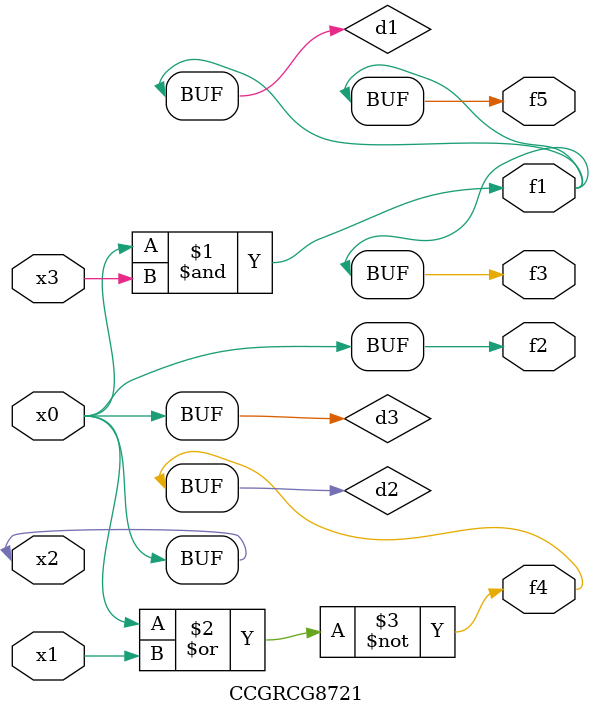
<source format=v>
module CCGRCG8721(
	input x0, x1, x2, x3,
	output f1, f2, f3, f4, f5
);

	wire d1, d2, d3;

	and (d1, x2, x3);
	nor (d2, x0, x1);
	buf (d3, x0, x2);
	assign f1 = d1;
	assign f2 = d3;
	assign f3 = d1;
	assign f4 = d2;
	assign f5 = d1;
endmodule

</source>
